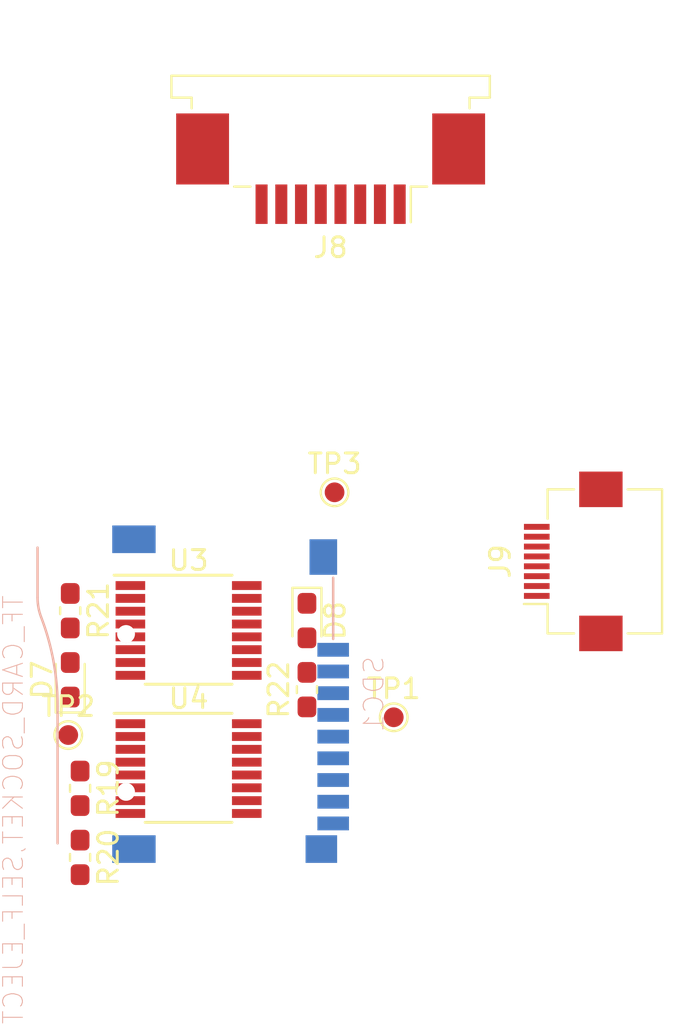
<source format=kicad_pcb>
(kicad_pcb (version 20171130) (host pcbnew 5.0.2-bee76a0~70~ubuntu18.04.1)

  (general
    (thickness 1.6)
    (drawings 0)
    (tracks 0)
    (zones 0)
    (modules 14)
    (nets 30)
  )

  (page A4)
  (layers
    (0 F.Cu signal)
    (31 B.Cu signal)
    (32 B.Adhes user)
    (33 F.Adhes user)
    (34 B.Paste user)
    (35 F.Paste user)
    (36 B.SilkS user)
    (37 F.SilkS user)
    (38 B.Mask user)
    (39 F.Mask user)
    (40 Dwgs.User user)
    (41 Cmts.User user)
    (42 Eco1.User user)
    (43 Eco2.User user)
    (44 Edge.Cuts user)
    (45 Margin user)
    (46 B.CrtYd user)
    (47 F.CrtYd user)
    (48 B.Fab user)
    (49 F.Fab user)
  )

  (setup
    (last_trace_width 0.25)
    (trace_clearance 0.2)
    (zone_clearance 0.508)
    (zone_45_only no)
    (trace_min 0.2)
    (segment_width 0.2)
    (edge_width 0.1)
    (via_size 0.8)
    (via_drill 0.4)
    (via_min_size 0.4)
    (via_min_drill 0.3)
    (uvia_size 0.3)
    (uvia_drill 0.1)
    (uvias_allowed no)
    (uvia_min_size 0.2)
    (uvia_min_drill 0.1)
    (pcb_text_width 0.3)
    (pcb_text_size 1.5 1.5)
    (mod_edge_width 0.15)
    (mod_text_size 1 1)
    (mod_text_width 0.15)
    (pad_size 1.5 1.5)
    (pad_drill 0.6)
    (pad_to_mask_clearance 0)
    (aux_axis_origin 0 0)
    (visible_elements FFFFFF7F)
    (pcbplotparams
      (layerselection 0x010fc_ffffffff)
      (usegerberextensions false)
      (usegerberattributes false)
      (usegerberadvancedattributes false)
      (creategerberjobfile false)
      (excludeedgelayer true)
      (linewidth 0.100000)
      (plotframeref false)
      (viasonmask false)
      (mode 1)
      (useauxorigin false)
      (hpglpennumber 1)
      (hpglpenspeed 20)
      (hpglpendiameter 15.000000)
      (psnegative false)
      (psa4output false)
      (plotreference true)
      (plotvalue true)
      (plotinvisibletext false)
      (padsonsilk false)
      (subtractmaskfromsilk false)
      (outputformat 1)
      (mirror false)
      (drillshape 1)
      (scaleselection 1)
      (outputdirectory ""))
  )

  (net 0 "")
  (net 1 /DAT2-Y)
  (net 2 /DAT3-Y)
  (net 3 /CMD-Y)
  (net 4 /VDD-Y)
  (net 5 /CLK-Y)
  (net 6 GND)
  (net 7 /DAT0-Y)
  (net 8 /DAT1-Y)
  (net 9 "Net-(SDC1-Pad9)")
  (net 10 V_SDCARD_SWITCH)
  (net 11 /HOSTSELECT)
  (net 12 /OE)
  (net 13 "Net-(D7-Pad2)")
  (net 14 "Net-(D8-Pad2)")
  (net 15 /DUT_DAT2)
  (net 16 /PC_DAT2)
  (net 17 /DUT_DAT3)
  (net 18 /PC_DAT3)
  (net 19 /PC_CMD)
  (net 20 /DUT_CMD)
  (net 21 /PC_VDD)
  (net 22 /DUT_VDD)
  (net 23 /DUT_DAT1)
  (net 24 /PC_DAT1)
  (net 25 /DUT_DAT0)
  (net 26 /PC_DAT0)
  (net 27 "Net-(U4-Pad7)")
  (net 28 /PC_CLK)
  (net 29 /DUT_CLK)

  (net_class Default "This is the default net class."
    (clearance 0.2)
    (trace_width 0.25)
    (via_dia 0.8)
    (via_drill 0.4)
    (uvia_dia 0.3)
    (uvia_drill 0.1)
    (add_net /CLK-Y)
    (add_net /CMD-Y)
    (add_net /DAT0-Y)
    (add_net /DAT1-Y)
    (add_net /DAT2-Y)
    (add_net /DAT3-Y)
    (add_net /DUT_CLK)
    (add_net /DUT_CMD)
    (add_net /DUT_DAT0)
    (add_net /DUT_DAT1)
    (add_net /DUT_DAT2)
    (add_net /DUT_DAT3)
    (add_net /DUT_VDD)
    (add_net /HOSTSELECT)
    (add_net /OE)
    (add_net /PC_CLK)
    (add_net /PC_CMD)
    (add_net /PC_DAT0)
    (add_net /PC_DAT1)
    (add_net /PC_DAT2)
    (add_net /PC_DAT3)
    (add_net /PC_VDD)
    (add_net /VDD-Y)
    (add_net GND)
    (add_net "Net-(D7-Pad2)")
    (add_net "Net-(D8-Pad2)")
    (add_net "Net-(SDC1-Pad9)")
    (add_net "Net-(U4-Pad7)")
    (add_net V_SDCARD_SWITCH)
  )

  (module Connector_FFC-FPC:Hirose_FH12-8S-0.5SH_1x08-1MP_P0.50mm_Horizontal (layer F.Cu) (tedit 5AEE0F8A) (tstamp 5C2B7DFA)
    (at 55 55.5 90)
    (descr "Molex FH12, FFC/FPC connector, FH12-8S-0.5SH, 8 Pins per row (https://www.hirose.com/product/en/products/FH12/FH12-24S-0.5SH(55)/), generated with kicad-footprint-generator")
    (tags "connector Hirose  top entry")
    (path /5C144389)
    (attr smd)
    (fp_text reference J9 (at 0 -3.7 90) (layer F.SilkS)
      (effects (font (size 1 1) (thickness 0.15)))
    )
    (fp_text value TO_DUT (at 0 5.6 90) (layer F.Fab)
      (effects (font (size 1 1) (thickness 0.15)))
    )
    (fp_line (start 0 -1.2) (end -3.55 -1.2) (layer F.Fab) (width 0.1))
    (fp_line (start -3.55 -1.2) (end -3.55 3.4) (layer F.Fab) (width 0.1))
    (fp_line (start -3.55 3.4) (end -2.95 3.4) (layer F.Fab) (width 0.1))
    (fp_line (start -2.95 3.4) (end -2.95 3.7) (layer F.Fab) (width 0.1))
    (fp_line (start -2.95 3.7) (end -3.45 3.7) (layer F.Fab) (width 0.1))
    (fp_line (start -3.45 3.7) (end -3.45 4.4) (layer F.Fab) (width 0.1))
    (fp_line (start -3.45 4.4) (end 0 4.4) (layer F.Fab) (width 0.1))
    (fp_line (start 0 -1.2) (end 3.55 -1.2) (layer F.Fab) (width 0.1))
    (fp_line (start 3.55 -1.2) (end 3.55 3.4) (layer F.Fab) (width 0.1))
    (fp_line (start 3.55 3.4) (end 2.95 3.4) (layer F.Fab) (width 0.1))
    (fp_line (start 2.95 3.4) (end 2.95 3.7) (layer F.Fab) (width 0.1))
    (fp_line (start 2.95 3.7) (end 3.45 3.7) (layer F.Fab) (width 0.1))
    (fp_line (start 3.45 3.7) (end 3.45 4.4) (layer F.Fab) (width 0.1))
    (fp_line (start 3.45 4.4) (end 0 4.4) (layer F.Fab) (width 0.1))
    (fp_line (start -2.16 -1.3) (end -3.65 -1.3) (layer F.SilkS) (width 0.12))
    (fp_line (start -3.65 -1.3) (end -3.65 0.04) (layer F.SilkS) (width 0.12))
    (fp_line (start 2.16 -1.3) (end 3.65 -1.3) (layer F.SilkS) (width 0.12))
    (fp_line (start 3.65 -1.3) (end 3.65 0.04) (layer F.SilkS) (width 0.12))
    (fp_line (start -3.65 2.76) (end -3.65 4.5) (layer F.SilkS) (width 0.12))
    (fp_line (start -3.65 4.5) (end 3.65 4.5) (layer F.SilkS) (width 0.12))
    (fp_line (start 3.65 4.5) (end 3.65 2.76) (layer F.SilkS) (width 0.12))
    (fp_line (start -2.16 -1.3) (end -2.16 -2.5) (layer F.SilkS) (width 0.12))
    (fp_line (start -2.25 -1.2) (end -1.75 -0.492893) (layer F.Fab) (width 0.1))
    (fp_line (start -1.75 -0.492893) (end -1.25 -1.2) (layer F.Fab) (width 0.1))
    (fp_line (start -5.05 -3) (end -5.05 4.9) (layer F.CrtYd) (width 0.05))
    (fp_line (start -5.05 4.9) (end 5.05 4.9) (layer F.CrtYd) (width 0.05))
    (fp_line (start 5.05 4.9) (end 5.05 -3) (layer F.CrtYd) (width 0.05))
    (fp_line (start 5.05 -3) (end -5.05 -3) (layer F.CrtYd) (width 0.05))
    (fp_text user %R (at 0 3.7 90) (layer F.Fab)
      (effects (font (size 1 1) (thickness 0.15)))
    )
    (pad MP smd rect (at 3.65 1.4 90) (size 1.8 2.2) (layers F.Cu F.Paste F.Mask))
    (pad MP smd rect (at -3.65 1.4 90) (size 1.8 2.2) (layers F.Cu F.Paste F.Mask))
    (pad 1 smd rect (at -1.75 -1.85 90) (size 0.3 1.3) (layers F.Cu F.Paste F.Mask)
      (net 23 /DUT_DAT1))
    (pad 2 smd rect (at -1.25 -1.85 90) (size 0.3 1.3) (layers F.Cu F.Paste F.Mask)
      (net 25 /DUT_DAT0))
    (pad 3 smd rect (at -0.75 -1.85 90) (size 0.3 1.3) (layers F.Cu F.Paste F.Mask)
      (net 6 GND))
    (pad 4 smd rect (at -0.25 -1.85 90) (size 0.3 1.3) (layers F.Cu F.Paste F.Mask)
      (net 29 /DUT_CLK))
    (pad 5 smd rect (at 0.25 -1.85 90) (size 0.3 1.3) (layers F.Cu F.Paste F.Mask)
      (net 22 /DUT_VDD))
    (pad 6 smd rect (at 0.75 -1.85 90) (size 0.3 1.3) (layers F.Cu F.Paste F.Mask)
      (net 20 /DUT_CMD))
    (pad 7 smd rect (at 1.25 -1.85 90) (size 0.3 1.3) (layers F.Cu F.Paste F.Mask)
      (net 17 /DUT_DAT3))
    (pad 8 smd rect (at 1.75 -1.85 90) (size 0.3 1.3) (layers F.Cu F.Paste F.Mask)
      (net 15 /DUT_DAT2))
    (model ${KISYS3DMOD}/Connector_FFC-FPC.3dshapes/Hirose_FH12-8S-0.5SH_1x08-1MP_P0.50mm_Horizontal.wrl
      (at (xyz 0 0 0))
      (scale (xyz 1 1 1))
      (rotate (xyz 0 0 0))
    )
  )

  (module Connector_FFC-FPC:TE_84952-8_1x08-1MP_P1.0mm_Horizontal (layer F.Cu) (tedit 5AEE14E3) (tstamp 5C2B7DCF)
    (at 42.7 35.6 180)
    (descr "TE FPC connector, 08 bottom-side contacts, 1.0mm pitch, 1.0mm height, SMT, http://www.te.com/commerce/DocumentDelivery/DDEController?Action=srchrtrv&DocNm=84952&DocType=Customer+Drawing&DocLang=English&DocFormat=pdf&PartCntxt=84952-4")
    (tags "te fpc 84952")
    (path /5C144617)
    (attr smd)
    (fp_text reference J8 (at 0 -4 180) (layer F.SilkS)
      (effects (font (size 1 1) (thickness 0.15)))
    )
    (fp_text value TO_PC (at 0 7.7 180) (layer F.Fab)
      (effects (font (size 1 1) (thickness 0.15)))
    )
    (fp_line (start -6.935 -0.8) (end 6.935 -0.8) (layer F.Fab) (width 0.1))
    (fp_line (start 6.935 -0.8) (end 6.935 3.71) (layer F.Fab) (width 0.1))
    (fp_line (start 6.935 3.71) (end 7.96 3.71) (layer F.Fab) (width 0.1))
    (fp_line (start 7.96 3.71) (end 7.96 4.6) (layer F.Fab) (width 0.1))
    (fp_line (start 7.96 4.6) (end -7.96 4.6) (layer F.Fab) (width 0.1))
    (fp_line (start -7.96 4.6) (end -7.96 3.71) (layer F.Fab) (width 0.1))
    (fp_line (start -7.96 3.71) (end -6.935 3.71) (layer F.Fab) (width 0.1))
    (fp_line (start -6.935 3.71) (end -6.935 -0.8) (layer F.Fab) (width 0.1))
    (fp_line (start -4 -0.8) (end -3.5 0.2) (layer F.Fab) (width 0.1))
    (fp_line (start -3.5 0.2) (end -3 -0.8) (layer F.Fab) (width 0.1))
    (fp_line (start 6.935 4.6) (end 6.935 5.61) (layer F.Fab) (width 0.1))
    (fp_line (start 6.935 5.61) (end 7.96 5.61) (layer F.Fab) (width 0.1))
    (fp_line (start 7.96 5.61) (end 7.96 6.5) (layer F.Fab) (width 0.1))
    (fp_line (start 7.96 6.5) (end -7.96 6.5) (layer F.Fab) (width 0.1))
    (fp_line (start -7.96 6.5) (end -7.96 5.61) (layer F.Fab) (width 0.1))
    (fp_line (start -7.96 5.61) (end -6.935 5.61) (layer F.Fab) (width 0.1))
    (fp_line (start -6.935 5.61) (end -6.935 4.6) (layer F.Fab) (width 0.1))
    (fp_line (start 7.045 3.06) (end 7.045 3.6) (layer F.SilkS) (width 0.12))
    (fp_line (start 7.045 3.6) (end 8.07 3.6) (layer F.SilkS) (width 0.12))
    (fp_line (start 8.07 3.6) (end 8.07 4.71) (layer F.SilkS) (width 0.12))
    (fp_line (start 8.07 4.71) (end -8.07 4.71) (layer F.SilkS) (width 0.12))
    (fp_line (start -8.07 4.71) (end -8.07 3.6) (layer F.SilkS) (width 0.12))
    (fp_line (start -8.07 3.6) (end -7.045 3.6) (layer F.SilkS) (width 0.12))
    (fp_line (start -7.045 3.6) (end -7.045 3.06) (layer F.SilkS) (width 0.12))
    (fp_line (start -4.89 -0.91) (end -4.065 -0.91) (layer F.SilkS) (width 0.12))
    (fp_line (start -4.065 -0.91) (end -4.065 -2.71) (layer F.SilkS) (width 0.12))
    (fp_line (start 4.065 -0.91) (end 4.89 -0.91) (layer F.SilkS) (width 0.12))
    (fp_line (start -8.46 -3.3) (end -8.46 7) (layer F.CrtYd) (width 0.05))
    (fp_line (start -8.46 7) (end 8.46 7) (layer F.CrtYd) (width 0.05))
    (fp_line (start 8.46 7) (end 8.46 -3.3) (layer F.CrtYd) (width 0.05))
    (fp_line (start 8.46 -3.3) (end -8.46 -3.3) (layer F.CrtYd) (width 0.05))
    (fp_text user %R (at 0 1.9 180) (layer F.Fab)
      (effects (font (size 1 1) (thickness 0.15)))
    )
    (pad 1 smd rect (at -3.5 -1.8 180) (size 0.61 2) (layers F.Cu F.Paste F.Mask)
      (net 16 /PC_DAT2))
    (pad 2 smd rect (at -2.5 -1.8 180) (size 0.61 2) (layers F.Cu F.Paste F.Mask)
      (net 18 /PC_DAT3))
    (pad 3 smd rect (at -1.5 -1.8 180) (size 0.61 2) (layers F.Cu F.Paste F.Mask)
      (net 19 /PC_CMD))
    (pad 4 smd rect (at -0.5 -1.8 180) (size 0.61 2) (layers F.Cu F.Paste F.Mask)
      (net 21 /PC_VDD))
    (pad 5 smd rect (at 0.5 -1.8 180) (size 0.61 2) (layers F.Cu F.Paste F.Mask)
      (net 28 /PC_CLK))
    (pad 6 smd rect (at 1.5 -1.8 180) (size 0.61 2) (layers F.Cu F.Paste F.Mask)
      (net 6 GND))
    (pad 7 smd rect (at 2.5 -1.8 180) (size 0.61 2) (layers F.Cu F.Paste F.Mask)
      (net 26 /PC_DAT0))
    (pad 8 smd rect (at 3.5 -1.8 180) (size 0.61 2) (layers F.Cu F.Paste F.Mask)
      (net 24 /PC_DAT1))
    (pad MP smd rect (at -6.49 1 180) (size 2.68 3.6) (layers F.Cu F.Paste F.Mask))
    (pad MP smd rect (at 6.49 1 180) (size 2.68 3.6) (layers F.Cu F.Paste F.Mask))
    (model ${KISYS3DMOD}/Connector_FFC-FPC.3dshapes/TE_84952-8_1x08-1MP_P1.0mm_Horizontal.wrl
      (at (xyz 0 0 0))
      (scale (xyz 1 1 1))
      (rotate (xyz 0 0 0))
    )
  )

  (module LED_SMD:LED_0603_1608Metric_Pad1.05x0.95mm_HandSolder (layer F.Cu) (tedit 5B4B45C9) (tstamp 5C2B7DA1)
    (at 41.500001 58.5 270)
    (descr "LED SMD 0603 (1608 Metric), square (rectangular) end terminal, IPC_7351 nominal, (Body size source: http://www.tortai-tech.com/upload/download/2011102023233369053.pdf), generated with kicad-footprint-generator")
    (tags "LED handsolder")
    (path /5C158A7C)
    (attr smd)
    (fp_text reference D8 (at 0 -1.43 270) (layer F.SilkS)
      (effects (font (size 1 1) (thickness 0.15)))
    )
    (fp_text value LED_GREEN,0603 (at 0 1.43 270) (layer F.Fab)
      (effects (font (size 1 1) (thickness 0.15)))
    )
    (fp_text user %R (at 0 0 270) (layer F.Fab)
      (effects (font (size 0.4 0.4) (thickness 0.06)))
    )
    (fp_line (start 1.65 0.73) (end -1.65 0.73) (layer F.CrtYd) (width 0.05))
    (fp_line (start 1.65 -0.73) (end 1.65 0.73) (layer F.CrtYd) (width 0.05))
    (fp_line (start -1.65 -0.73) (end 1.65 -0.73) (layer F.CrtYd) (width 0.05))
    (fp_line (start -1.65 0.73) (end -1.65 -0.73) (layer F.CrtYd) (width 0.05))
    (fp_line (start -1.66 0.735) (end 0.8 0.735) (layer F.SilkS) (width 0.12))
    (fp_line (start -1.66 -0.735) (end -1.66 0.735) (layer F.SilkS) (width 0.12))
    (fp_line (start 0.8 -0.735) (end -1.66 -0.735) (layer F.SilkS) (width 0.12))
    (fp_line (start 0.8 0.4) (end 0.8 -0.4) (layer F.Fab) (width 0.1))
    (fp_line (start -0.8 0.4) (end 0.8 0.4) (layer F.Fab) (width 0.1))
    (fp_line (start -0.8 -0.1) (end -0.8 0.4) (layer F.Fab) (width 0.1))
    (fp_line (start -0.5 -0.4) (end -0.8 -0.1) (layer F.Fab) (width 0.1))
    (fp_line (start 0.8 -0.4) (end -0.5 -0.4) (layer F.Fab) (width 0.1))
    (pad 2 smd roundrect (at 0.875 0 270) (size 1.05 0.95) (layers F.Cu F.Paste F.Mask) (roundrect_rratio 0.25)
      (net 14 "Net-(D8-Pad2)"))
    (pad 1 smd roundrect (at -0.875 0 270) (size 1.05 0.95) (layers F.Cu F.Paste F.Mask) (roundrect_rratio 0.25)
      (net 6 GND))
    (model ${KISYS3DMOD}/LED_SMD.3dshapes/LED_0603_1608Metric.wrl
      (at (xyz 0 0 0))
      (scale (xyz 1 1 1))
      (rotate (xyz 0 0 0))
    )
  )

  (module LED_SMD:LED_0603_1608Metric_Pad1.05x0.95mm_HandSolder (layer F.Cu) (tedit 5B4B45C9) (tstamp 5C2B7D8E)
    (at 29.5 61.5 90)
    (descr "LED SMD 0603 (1608 Metric), square (rectangular) end terminal, IPC_7351 nominal, (Body size source: http://www.tortai-tech.com/upload/download/2011102023233369053.pdf), generated with kicad-footprint-generator")
    (tags "LED handsolder")
    (path /5C15D69B)
    (attr smd)
    (fp_text reference D7 (at 0 -1.43 90) (layer F.SilkS)
      (effects (font (size 1 1) (thickness 0.15)))
    )
    (fp_text value LED_ORANGE,0603 (at 0 1.43 90) (layer F.Fab)
      (effects (font (size 1 1) (thickness 0.15)))
    )
    (fp_line (start 0.8 -0.4) (end -0.5 -0.4) (layer F.Fab) (width 0.1))
    (fp_line (start -0.5 -0.4) (end -0.8 -0.1) (layer F.Fab) (width 0.1))
    (fp_line (start -0.8 -0.1) (end -0.8 0.4) (layer F.Fab) (width 0.1))
    (fp_line (start -0.8 0.4) (end 0.8 0.4) (layer F.Fab) (width 0.1))
    (fp_line (start 0.8 0.4) (end 0.8 -0.4) (layer F.Fab) (width 0.1))
    (fp_line (start 0.8 -0.735) (end -1.66 -0.735) (layer F.SilkS) (width 0.12))
    (fp_line (start -1.66 -0.735) (end -1.66 0.735) (layer F.SilkS) (width 0.12))
    (fp_line (start -1.66 0.735) (end 0.8 0.735) (layer F.SilkS) (width 0.12))
    (fp_line (start -1.65 0.73) (end -1.65 -0.73) (layer F.CrtYd) (width 0.05))
    (fp_line (start -1.65 -0.73) (end 1.65 -0.73) (layer F.CrtYd) (width 0.05))
    (fp_line (start 1.65 -0.73) (end 1.65 0.73) (layer F.CrtYd) (width 0.05))
    (fp_line (start 1.65 0.73) (end -1.65 0.73) (layer F.CrtYd) (width 0.05))
    (fp_text user %R (at 0 0 90) (layer F.Fab)
      (effects (font (size 0.4 0.4) (thickness 0.06)))
    )
    (pad 1 smd roundrect (at -0.875 0 90) (size 1.05 0.95) (layers F.Cu F.Paste F.Mask) (roundrect_rratio 0.25)
      (net 6 GND))
    (pad 2 smd roundrect (at 0.875 0 90) (size 1.05 0.95) (layers F.Cu F.Paste F.Mask) (roundrect_rratio 0.25)
      (net 13 "Net-(D7-Pad2)"))
    (model ${KISYS3DMOD}/LED_SMD.3dshapes/LED_0603_1608Metric.wrl
      (at (xyz 0 0 0))
      (scale (xyz 1 1 1))
      (rotate (xyz 0 0 0))
    )
  )

  (module Package_SO:TSSOP-16_4.4x5mm_P0.65mm (layer F.Cu) (tedit 5A02F25C) (tstamp 5C2B7D7B)
    (at 35.5 66)
    (descr "16-Lead Plastic Thin Shrink Small Outline (ST)-4.4 mm Body [TSSOP] (see Microchip Packaging Specification 00000049BS.pdf)")
    (tags "SSOP 0.65")
    (path /5C144034)
    (attr smd)
    (fp_text reference U4 (at 0 -3.55) (layer F.SilkS)
      (effects (font (size 1 1) (thickness 0.15)))
    )
    (fp_text value SN74CBT3257D (at 0 3.55) (layer F.Fab)
      (effects (font (size 1 1) (thickness 0.15)))
    )
    (fp_text user %R (at 0 0) (layer F.Fab)
      (effects (font (size 0.8 0.8) (thickness 0.15)))
    )
    (fp_line (start -3.775 -2.8) (end 2.2 -2.8) (layer F.SilkS) (width 0.15))
    (fp_line (start -2.2 2.725) (end 2.2 2.725) (layer F.SilkS) (width 0.15))
    (fp_line (start -3.95 2.8) (end 3.95 2.8) (layer F.CrtYd) (width 0.05))
    (fp_line (start -3.95 -2.9) (end 3.95 -2.9) (layer F.CrtYd) (width 0.05))
    (fp_line (start 3.95 -2.9) (end 3.95 2.8) (layer F.CrtYd) (width 0.05))
    (fp_line (start -3.95 -2.9) (end -3.95 2.8) (layer F.CrtYd) (width 0.05))
    (fp_line (start -2.2 -1.5) (end -1.2 -2.5) (layer F.Fab) (width 0.15))
    (fp_line (start -2.2 2.5) (end -2.2 -1.5) (layer F.Fab) (width 0.15))
    (fp_line (start 2.2 2.5) (end -2.2 2.5) (layer F.Fab) (width 0.15))
    (fp_line (start 2.2 -2.5) (end 2.2 2.5) (layer F.Fab) (width 0.15))
    (fp_line (start -1.2 -2.5) (end 2.2 -2.5) (layer F.Fab) (width 0.15))
    (pad 16 smd rect (at 2.95 -2.275) (size 1.5 0.45) (layers F.Cu F.Paste F.Mask)
      (net 10 V_SDCARD_SWITCH))
    (pad 15 smd rect (at 2.95 -1.625) (size 1.5 0.45) (layers F.Cu F.Paste F.Mask)
      (net 12 /OE))
    (pad 14 smd rect (at 2.95 -0.975) (size 1.5 0.45) (layers F.Cu F.Paste F.Mask)
      (net 23 /DUT_DAT1))
    (pad 13 smd rect (at 2.95 -0.325) (size 1.5 0.45) (layers F.Cu F.Paste F.Mask)
      (net 24 /PC_DAT1))
    (pad 12 smd rect (at 2.95 0.325) (size 1.5 0.45) (layers F.Cu F.Paste F.Mask)
      (net 8 /DAT1-Y))
    (pad 11 smd rect (at 2.95 0.975) (size 1.5 0.45) (layers F.Cu F.Paste F.Mask)
      (net 25 /DUT_DAT0))
    (pad 10 smd rect (at 2.95 1.625) (size 1.5 0.45) (layers F.Cu F.Paste F.Mask)
      (net 26 /PC_DAT0))
    (pad 9 smd rect (at 2.95 2.275) (size 1.5 0.45) (layers F.Cu F.Paste F.Mask)
      (net 7 /DAT0-Y))
    (pad 8 smd rect (at -2.95 2.275) (size 1.5 0.45) (layers F.Cu F.Paste F.Mask)
      (net 6 GND))
    (pad 7 smd rect (at -2.95 1.625) (size 1.5 0.45) (layers F.Cu F.Paste F.Mask)
      (net 27 "Net-(U4-Pad7)"))
    (pad 6 smd rect (at -2.95 0.975) (size 1.5 0.45) (layers F.Cu F.Paste F.Mask)
      (net 6 GND))
    (pad 5 smd rect (at -2.95 0.325) (size 1.5 0.45) (layers F.Cu F.Paste F.Mask)
      (net 6 GND))
    (pad 4 smd rect (at -2.95 -0.325) (size 1.5 0.45) (layers F.Cu F.Paste F.Mask)
      (net 5 /CLK-Y))
    (pad 3 smd rect (at -2.95 -0.975) (size 1.5 0.45) (layers F.Cu F.Paste F.Mask)
      (net 28 /PC_CLK))
    (pad 2 smd rect (at -2.95 -1.625) (size 1.5 0.45) (layers F.Cu F.Paste F.Mask)
      (net 29 /DUT_CLK))
    (pad 1 smd rect (at -2.95 -2.275) (size 1.5 0.45) (layers F.Cu F.Paste F.Mask)
      (net 11 /HOSTSELECT))
    (model ${KISYS3DMOD}/Package_SO.3dshapes/TSSOP-16_4.4x5mm_P0.65mm.wrl
      (at (xyz 0 0 0))
      (scale (xyz 1 1 1))
      (rotate (xyz 0 0 0))
    )
  )

  (module Package_SO:TSSOP-16_4.4x5mm_P0.65mm (layer F.Cu) (tedit 5A02F25C) (tstamp 5C2B7D5B)
    (at 35.5 58.999999)
    (descr "16-Lead Plastic Thin Shrink Small Outline (ST)-4.4 mm Body [TSSOP] (see Microchip Packaging Specification 00000049BS.pdf)")
    (tags "SSOP 0.65")
    (path /5C14187E)
    (attr smd)
    (fp_text reference U3 (at 0 -3.55) (layer F.SilkS)
      (effects (font (size 1 1) (thickness 0.15)))
    )
    (fp_text value SN74CBT3257D (at 0 3.55) (layer F.Fab)
      (effects (font (size 1 1) (thickness 0.15)))
    )
    (fp_line (start -1.2 -2.5) (end 2.2 -2.5) (layer F.Fab) (width 0.15))
    (fp_line (start 2.2 -2.5) (end 2.2 2.5) (layer F.Fab) (width 0.15))
    (fp_line (start 2.2 2.5) (end -2.2 2.5) (layer F.Fab) (width 0.15))
    (fp_line (start -2.2 2.5) (end -2.2 -1.5) (layer F.Fab) (width 0.15))
    (fp_line (start -2.2 -1.5) (end -1.2 -2.5) (layer F.Fab) (width 0.15))
    (fp_line (start -3.95 -2.9) (end -3.95 2.8) (layer F.CrtYd) (width 0.05))
    (fp_line (start 3.95 -2.9) (end 3.95 2.8) (layer F.CrtYd) (width 0.05))
    (fp_line (start -3.95 -2.9) (end 3.95 -2.9) (layer F.CrtYd) (width 0.05))
    (fp_line (start -3.95 2.8) (end 3.95 2.8) (layer F.CrtYd) (width 0.05))
    (fp_line (start -2.2 2.725) (end 2.2 2.725) (layer F.SilkS) (width 0.15))
    (fp_line (start -3.775 -2.8) (end 2.2 -2.8) (layer F.SilkS) (width 0.15))
    (fp_text user %R (at 0 0) (layer F.Fab)
      (effects (font (size 0.8 0.8) (thickness 0.15)))
    )
    (pad 1 smd rect (at -2.95 -2.275) (size 1.5 0.45) (layers F.Cu F.Paste F.Mask)
      (net 11 /HOSTSELECT))
    (pad 2 smd rect (at -2.95 -1.625) (size 1.5 0.45) (layers F.Cu F.Paste F.Mask)
      (net 15 /DUT_DAT2))
    (pad 3 smd rect (at -2.95 -0.975) (size 1.5 0.45) (layers F.Cu F.Paste F.Mask)
      (net 16 /PC_DAT2))
    (pad 4 smd rect (at -2.95 -0.325) (size 1.5 0.45) (layers F.Cu F.Paste F.Mask)
      (net 1 /DAT2-Y))
    (pad 5 smd rect (at -2.95 0.325) (size 1.5 0.45) (layers F.Cu F.Paste F.Mask)
      (net 17 /DUT_DAT3))
    (pad 6 smd rect (at -2.95 0.975) (size 1.5 0.45) (layers F.Cu F.Paste F.Mask)
      (net 18 /PC_DAT3))
    (pad 7 smd rect (at -2.95 1.625) (size 1.5 0.45) (layers F.Cu F.Paste F.Mask)
      (net 2 /DAT3-Y))
    (pad 8 smd rect (at -2.95 2.275) (size 1.5 0.45) (layers F.Cu F.Paste F.Mask)
      (net 6 GND))
    (pad 9 smd rect (at 2.95 2.275) (size 1.5 0.45) (layers F.Cu F.Paste F.Mask)
      (net 3 /CMD-Y))
    (pad 10 smd rect (at 2.95 1.625) (size 1.5 0.45) (layers F.Cu F.Paste F.Mask)
      (net 19 /PC_CMD))
    (pad 11 smd rect (at 2.95 0.975) (size 1.5 0.45) (layers F.Cu F.Paste F.Mask)
      (net 20 /DUT_CMD))
    (pad 12 smd rect (at 2.95 0.325) (size 1.5 0.45) (layers F.Cu F.Paste F.Mask)
      (net 4 /VDD-Y))
    (pad 13 smd rect (at 2.95 -0.325) (size 1.5 0.45) (layers F.Cu F.Paste F.Mask)
      (net 21 /PC_VDD))
    (pad 14 smd rect (at 2.95 -0.975) (size 1.5 0.45) (layers F.Cu F.Paste F.Mask)
      (net 22 /DUT_VDD))
    (pad 15 smd rect (at 2.95 -1.625) (size 1.5 0.45) (layers F.Cu F.Paste F.Mask)
      (net 12 /OE))
    (pad 16 smd rect (at 2.95 -2.275) (size 1.5 0.45) (layers F.Cu F.Paste F.Mask)
      (net 10 V_SDCARD_SWITCH))
    (model ${KISYS3DMOD}/Package_SO.3dshapes/TSSOP-16_4.4x5mm_P0.65mm.wrl
      (at (xyz 0 0 0))
      (scale (xyz 1 1 1))
      (rotate (xyz 0 0 0))
    )
  )

  (module Resistor_SMD:R_0603_1608Metric_Pad1.05x0.95mm_HandSolder (layer F.Cu) (tedit 5B301BBD) (tstamp 5C2B7D3B)
    (at 41.5 62 90)
    (descr "Resistor SMD 0603 (1608 Metric), square (rectangular) end terminal, IPC_7351 nominal with elongated pad for handsoldering. (Body size source: http://www.tortai-tech.com/upload/download/2011102023233369053.pdf), generated with kicad-footprint-generator")
    (tags "resistor handsolder")
    (path /5C158909)
    (attr smd)
    (fp_text reference R22 (at 0 -1.43 90) (layer F.SilkS)
      (effects (font (size 1 1) (thickness 0.15)))
    )
    (fp_text value R102,0603 (at 0 1.43 90) (layer F.Fab)
      (effects (font (size 1 1) (thickness 0.15)))
    )
    (fp_text user %R (at 0 0 90) (layer F.Fab)
      (effects (font (size 0.4 0.4) (thickness 0.06)))
    )
    (fp_line (start 1.65 0.73) (end -1.65 0.73) (layer F.CrtYd) (width 0.05))
    (fp_line (start 1.65 -0.73) (end 1.65 0.73) (layer F.CrtYd) (width 0.05))
    (fp_line (start -1.65 -0.73) (end 1.65 -0.73) (layer F.CrtYd) (width 0.05))
    (fp_line (start -1.65 0.73) (end -1.65 -0.73) (layer F.CrtYd) (width 0.05))
    (fp_line (start -0.171267 0.51) (end 0.171267 0.51) (layer F.SilkS) (width 0.12))
    (fp_line (start -0.171267 -0.51) (end 0.171267 -0.51) (layer F.SilkS) (width 0.12))
    (fp_line (start 0.8 0.4) (end -0.8 0.4) (layer F.Fab) (width 0.1))
    (fp_line (start 0.8 -0.4) (end 0.8 0.4) (layer F.Fab) (width 0.1))
    (fp_line (start -0.8 -0.4) (end 0.8 -0.4) (layer F.Fab) (width 0.1))
    (fp_line (start -0.8 0.4) (end -0.8 -0.4) (layer F.Fab) (width 0.1))
    (pad 2 smd roundrect (at 0.875 0 90) (size 1.05 0.95) (layers F.Cu F.Paste F.Mask) (roundrect_rratio 0.25)
      (net 14 "Net-(D8-Pad2)"))
    (pad 1 smd roundrect (at -0.875 0 90) (size 1.05 0.95) (layers F.Cu F.Paste F.Mask) (roundrect_rratio 0.25)
      (net 10 V_SDCARD_SWITCH))
    (model ${KISYS3DMOD}/Resistor_SMD.3dshapes/R_0603_1608Metric.wrl
      (at (xyz 0 0 0))
      (scale (xyz 1 1 1))
      (rotate (xyz 0 0 0))
    )
  )

  (module Resistor_SMD:R_0603_1608Metric_Pad1.05x0.95mm_HandSolder (layer F.Cu) (tedit 5B301BBD) (tstamp 5C2B7D2A)
    (at 29.5 58 270)
    (descr "Resistor SMD 0603 (1608 Metric), square (rectangular) end terminal, IPC_7351 nominal with elongated pad for handsoldering. (Body size source: http://www.tortai-tech.com/upload/download/2011102023233369053.pdf), generated with kicad-footprint-generator")
    (tags "resistor handsolder")
    (path /5C15D494)
    (attr smd)
    (fp_text reference R21 (at 0 -1.43 270) (layer F.SilkS)
      (effects (font (size 1 1) (thickness 0.15)))
    )
    (fp_text value R102,0603 (at 0 1.43 270) (layer F.Fab)
      (effects (font (size 1 1) (thickness 0.15)))
    )
    (fp_line (start -0.8 0.4) (end -0.8 -0.4) (layer F.Fab) (width 0.1))
    (fp_line (start -0.8 -0.4) (end 0.8 -0.4) (layer F.Fab) (width 0.1))
    (fp_line (start 0.8 -0.4) (end 0.8 0.4) (layer F.Fab) (width 0.1))
    (fp_line (start 0.8 0.4) (end -0.8 0.4) (layer F.Fab) (width 0.1))
    (fp_line (start -0.171267 -0.51) (end 0.171267 -0.51) (layer F.SilkS) (width 0.12))
    (fp_line (start -0.171267 0.51) (end 0.171267 0.51) (layer F.SilkS) (width 0.12))
    (fp_line (start -1.65 0.73) (end -1.65 -0.73) (layer F.CrtYd) (width 0.05))
    (fp_line (start -1.65 -0.73) (end 1.65 -0.73) (layer F.CrtYd) (width 0.05))
    (fp_line (start 1.65 -0.73) (end 1.65 0.73) (layer F.CrtYd) (width 0.05))
    (fp_line (start 1.65 0.73) (end -1.65 0.73) (layer F.CrtYd) (width 0.05))
    (fp_text user %R (at 0 0 270) (layer F.Fab)
      (effects (font (size 0.4 0.4) (thickness 0.06)))
    )
    (pad 1 smd roundrect (at -0.875 0 270) (size 1.05 0.95) (layers F.Cu F.Paste F.Mask) (roundrect_rratio 0.25)
      (net 11 /HOSTSELECT))
    (pad 2 smd roundrect (at 0.875 0 270) (size 1.05 0.95) (layers F.Cu F.Paste F.Mask) (roundrect_rratio 0.25)
      (net 13 "Net-(D7-Pad2)"))
    (model ${KISYS3DMOD}/Resistor_SMD.3dshapes/R_0603_1608Metric.wrl
      (at (xyz 0 0 0))
      (scale (xyz 1 1 1))
      (rotate (xyz 0 0 0))
    )
  )

  (module Resistor_SMD:R_0603_1608Metric_Pad1.05x0.95mm_HandSolder (layer F.Cu) (tedit 5B301BBD) (tstamp 5C2B7D19)
    (at 30 70.5 270)
    (descr "Resistor SMD 0603 (1608 Metric), square (rectangular) end terminal, IPC_7351 nominal with elongated pad for handsoldering. (Body size source: http://www.tortai-tech.com/upload/download/2011102023233369053.pdf), generated with kicad-footprint-generator")
    (tags "resistor handsolder")
    (path /5C150B45)
    (attr smd)
    (fp_text reference R20 (at 0 -1.43 270) (layer F.SilkS)
      (effects (font (size 1 1) (thickness 0.15)))
    )
    (fp_text value R103,0603 (at 0 1.43 270) (layer F.Fab)
      (effects (font (size 1 1) (thickness 0.15)))
    )
    (fp_text user %R (at 0 0 270) (layer F.Fab)
      (effects (font (size 0.4 0.4) (thickness 0.06)))
    )
    (fp_line (start 1.65 0.73) (end -1.65 0.73) (layer F.CrtYd) (width 0.05))
    (fp_line (start 1.65 -0.73) (end 1.65 0.73) (layer F.CrtYd) (width 0.05))
    (fp_line (start -1.65 -0.73) (end 1.65 -0.73) (layer F.CrtYd) (width 0.05))
    (fp_line (start -1.65 0.73) (end -1.65 -0.73) (layer F.CrtYd) (width 0.05))
    (fp_line (start -0.171267 0.51) (end 0.171267 0.51) (layer F.SilkS) (width 0.12))
    (fp_line (start -0.171267 -0.51) (end 0.171267 -0.51) (layer F.SilkS) (width 0.12))
    (fp_line (start 0.8 0.4) (end -0.8 0.4) (layer F.Fab) (width 0.1))
    (fp_line (start 0.8 -0.4) (end 0.8 0.4) (layer F.Fab) (width 0.1))
    (fp_line (start -0.8 -0.4) (end 0.8 -0.4) (layer F.Fab) (width 0.1))
    (fp_line (start -0.8 0.4) (end -0.8 -0.4) (layer F.Fab) (width 0.1))
    (pad 2 smd roundrect (at 0.875 0 270) (size 1.05 0.95) (layers F.Cu F.Paste F.Mask) (roundrect_rratio 0.25)
      (net 12 /OE))
    (pad 1 smd roundrect (at -0.875 0 270) (size 1.05 0.95) (layers F.Cu F.Paste F.Mask) (roundrect_rratio 0.25)
      (net 6 GND))
    (model ${KISYS3DMOD}/Resistor_SMD.3dshapes/R_0603_1608Metric.wrl
      (at (xyz 0 0 0))
      (scale (xyz 1 1 1))
      (rotate (xyz 0 0 0))
    )
  )

  (module Resistor_SMD:R_0603_1608Metric_Pad1.05x0.95mm_HandSolder (layer F.Cu) (tedit 5B301BBD) (tstamp 5C2B7D08)
    (at 30 67 270)
    (descr "Resistor SMD 0603 (1608 Metric), square (rectangular) end terminal, IPC_7351 nominal with elongated pad for handsoldering. (Body size source: http://www.tortai-tech.com/upload/download/2011102023233369053.pdf), generated with kicad-footprint-generator")
    (tags "resistor handsolder")
    (path /5C150B0B)
    (attr smd)
    (fp_text reference R19 (at 0 -1.43 270) (layer F.SilkS)
      (effects (font (size 1 1) (thickness 0.15)))
    )
    (fp_text value R103,0603 (at 0 1.43 270) (layer F.Fab)
      (effects (font (size 1 1) (thickness 0.15)))
    )
    (fp_line (start -0.8 0.4) (end -0.8 -0.4) (layer F.Fab) (width 0.1))
    (fp_line (start -0.8 -0.4) (end 0.8 -0.4) (layer F.Fab) (width 0.1))
    (fp_line (start 0.8 -0.4) (end 0.8 0.4) (layer F.Fab) (width 0.1))
    (fp_line (start 0.8 0.4) (end -0.8 0.4) (layer F.Fab) (width 0.1))
    (fp_line (start -0.171267 -0.51) (end 0.171267 -0.51) (layer F.SilkS) (width 0.12))
    (fp_line (start -0.171267 0.51) (end 0.171267 0.51) (layer F.SilkS) (width 0.12))
    (fp_line (start -1.65 0.73) (end -1.65 -0.73) (layer F.CrtYd) (width 0.05))
    (fp_line (start -1.65 -0.73) (end 1.65 -0.73) (layer F.CrtYd) (width 0.05))
    (fp_line (start 1.65 -0.73) (end 1.65 0.73) (layer F.CrtYd) (width 0.05))
    (fp_line (start 1.65 0.73) (end -1.65 0.73) (layer F.CrtYd) (width 0.05))
    (fp_text user %R (at 0 0 270) (layer F.Fab)
      (effects (font (size 0.4 0.4) (thickness 0.06)))
    )
    (pad 1 smd roundrect (at -0.875 0 270) (size 1.05 0.95) (layers F.Cu F.Paste F.Mask) (roundrect_rratio 0.25)
      (net 11 /HOSTSELECT))
    (pad 2 smd roundrect (at 0.875 0 270) (size 1.05 0.95) (layers F.Cu F.Paste F.Mask) (roundrect_rratio 0.25)
      (net 6 GND))
    (model ${KISYS3DMOD}/Resistor_SMD.3dshapes/R_0603_1608Metric.wrl
      (at (xyz 0 0 0))
      (scale (xyz 1 1 1))
      (rotate (xyz 0 0 0))
    )
  )

  (module TestPoint:TestPoint_Pad_D1.0mm (layer F.Cu) (tedit 5A0F774F) (tstamp 5C2B7CF7)
    (at 42.9 52)
    (descr "SMD pad as test Point, diameter 1.0mm")
    (tags "test point SMD pad")
    (path /5C17A863)
    (attr virtual)
    (fp_text reference TP3 (at 0 -1.448) (layer F.SilkS)
      (effects (font (size 1 1) (thickness 0.15)))
    )
    (fp_text value G (at 0 1.55) (layer F.Fab)
      (effects (font (size 1 1) (thickness 0.15)))
    )
    (fp_text user %R (at 0 -1.45) (layer F.Fab)
      (effects (font (size 1 1) (thickness 0.15)))
    )
    (fp_circle (center 0 0) (end 1 0) (layer F.CrtYd) (width 0.05))
    (fp_circle (center 0 0) (end 0 0.7) (layer F.SilkS) (width 0.12))
    (pad 1 smd circle (at 0 0) (size 1 1) (layers F.Cu F.Mask)
      (net 6 GND))
  )

  (module TestPoint:TestPoint_Pad_D1.0mm (layer F.Cu) (tedit 5A0F774F) (tstamp 5C2B7CEF)
    (at 29.4 64.3)
    (descr "SMD pad as test Point, diameter 1.0mm")
    (tags "test point SMD pad")
    (path /5C17A837)
    (attr virtual)
    (fp_text reference TP2 (at 0 -1.448) (layer F.SilkS)
      (effects (font (size 1 1) (thickness 0.15)))
    )
    (fp_text value HS (at 0 1.55) (layer F.Fab)
      (effects (font (size 1 1) (thickness 0.15)))
    )
    (fp_circle (center 0 0) (end 0 0.7) (layer F.SilkS) (width 0.12))
    (fp_circle (center 0 0) (end 1 0) (layer F.CrtYd) (width 0.05))
    (fp_text user %R (at 0 -1.45) (layer F.Fab)
      (effects (font (size 1 1) (thickness 0.15)))
    )
    (pad 1 smd circle (at 0 0) (size 1 1) (layers F.Cu F.Mask)
      (net 11 /HOSTSELECT))
  )

  (module TestPoint:TestPoint_Pad_D1.0mm (layer F.Cu) (tedit 5A0F774F) (tstamp 5C2B7CE7)
    (at 45.9 63.4)
    (descr "SMD pad as test Point, diameter 1.0mm")
    (tags "test point SMD pad")
    (path /5C17A6D3)
    (attr virtual)
    (fp_text reference TP1 (at 0 -1.448) (layer F.SilkS)
      (effects (font (size 1 1) (thickness 0.15)))
    )
    (fp_text value VSD (at 0 1.55) (layer F.Fab)
      (effects (font (size 1 1) (thickness 0.15)))
    )
    (fp_text user %R (at 0 -1.45) (layer F.Fab)
      (effects (font (size 1 1) (thickness 0.15)))
    )
    (fp_circle (center 0 0) (end 1 0) (layer F.CrtYd) (width 0.05))
    (fp_circle (center 0 0) (end 0 0.7) (layer F.SilkS) (width 0.12))
    (pad 1 smd circle (at 0 0) (size 1 1) (layers F.Cu F.Mask)
      (net 10 V_SDCARD_SWITCH))
  )

  (module footprint-lib:SUNTECH_ST-TF-003A (layer B.Cu) (tedit 5BF2A027) (tstamp 5C2B7CDF)
    (at 37.5 63.499999 90)
    (path /5C144E0A)
    (attr smd)
    (fp_text reference SDC1 (at 1.27 7.38873 90) (layer B.SilkS)
      (effects (font (size 1.0005 1.0005) (thickness 0.05)) (justify mirror))
    )
    (fp_text value TF_CARD_SOCKET,SELF_EJECT (at -4.58364 -10.8855 90) (layer B.SilkS)
      (effects (font (size 1.00188 1.00188) (thickness 0.05)) (justify mirror))
    )
    (fp_line (start 8.699 4.187) (end 8.699 -9.656) (layer Dwgs.User) (width 0.127))
    (fp_line (start 8.699 -9.656) (end 6.1679 -9.656) (layer B.SilkS) (width 0.127))
    (fp_arc (start 6.16785 -6.8474) (end 5.168 -9.472) (angle 20.8) (layer B.SilkS) (width 0.127))
    (fp_arc (start 0.646878 -21.34) (end 0.6469 -8.64) (angle -20.8) (layer B.SilkS) (width 0.127))
    (fp_line (start 0.6469 -8.64) (end -6.287 -8.64) (layer B.SilkS) (width 0.127))
    (fp_line (start -6.287 -8.64) (end -6.287 5.33) (layer Dwgs.User) (width 0.127))
    (fp_line (start -6.287 5.33) (end 7.302 5.33) (layer Dwgs.User) (width 0.127))
    (fp_line (start 7.302 5.33) (end 7.302 4.187) (layer Dwgs.User) (width 0.127))
    (fp_line (start 7.302 4.187) (end 8.699 4.187) (layer Dwgs.User) (width 0.127))
    (fp_poly (pts (xy 4.17167 0.92833) (xy 4.17167 -1.07304) (xy -4.83304 -1.07304) (xy -4.83304 0.92833)) (layer Dwgs.User) (width 0))
    (fp_line (start 7.17 5.33) (end 4.07 5.33) (layer B.SilkS) (width 0.127))
    (fp_line (start -7.75 6.5) (end 10.25 6.5) (layer Eco1.User) (width 0.127))
    (fp_line (start 10.25 6.5) (end 10.25 -10) (layer Eco1.User) (width 0.127))
    (fp_line (start 10.25 -10) (end -7.75 -10) (layer Eco1.User) (width 0.127))
    (fp_line (start -7.75 -10) (end -7.75 6.5) (layer Eco1.User) (width 0.127))
    (pad 1 smd rect (at 3.52 5.33 180) (size 1.6 0.7) (layers B.Cu B.Paste B.Mask)
      (net 1 /DAT2-Y))
    (pad 2 smd rect (at 2.42 5.33 180) (size 1.6 0.7) (layers B.Cu B.Paste B.Mask)
      (net 2 /DAT3-Y))
    (pad 3 smd rect (at 1.32 5.33 180) (size 1.6 0.7) (layers B.Cu B.Paste B.Mask)
      (net 3 /CMD-Y))
    (pad 4 smd rect (at 0.22 5.33 180) (size 1.6 0.7) (layers B.Cu B.Paste B.Mask)
      (net 4 /VDD-Y))
    (pad 5 smd rect (at -0.88 5.33 180) (size 1.6 0.7) (layers B.Cu B.Paste B.Mask)
      (net 5 /CLK-Y))
    (pad 6 smd rect (at -1.98 5.33 180) (size 1.6 0.7) (layers B.Cu B.Paste B.Mask)
      (net 6 GND))
    (pad 7 smd rect (at -3.08 5.33 180) (size 1.6 0.7) (layers B.Cu B.Paste B.Mask)
      (net 7 /DAT0-Y))
    (pad 8 smd rect (at -4.18 5.33 180) (size 1.6 0.7) (layers B.Cu B.Paste B.Mask)
      (net 8 /DAT1-Y))
    (pad 9 smd rect (at -5.28 5.33 180) (size 1.6 0.7) (layers B.Cu B.Paste B.Mask)
      (net 9 "Net-(SDC1-Pad9)"))
    (pad G smd rect (at -6.58 4.73 180) (size 1.6 1.4) (layers B.Cu B.Paste B.Mask)
      (net 6 GND))
    (pad G smd rect (at -6.58 -4.77 180) (size 2.2 1.4) (layers B.Cu B.Paste B.Mask)
      (net 6 GND))
    (pad G smd rect (at 8.22 4.83 180) (size 1.4 1.8) (layers B.Cu B.Paste B.Mask)
      (net 6 GND))
    (pad G smd rect (at 9.12 -4.77 180) (size 2.2 1.4) (layers B.Cu B.Paste B.Mask)
      (net 6 GND))
    (pad Hole np_thru_hole circle (at -3.68 -5.17 90) (size 0.9 0.9) (drill 0.9) (layers *.Cu *.Mask B.SilkS))
    (pad Hole np_thru_hole circle (at 4.32 -5.17 90) (size 0.9 0.9) (drill 0.9) (layers *.Cu *.Mask B.SilkS))
  )

)

</source>
